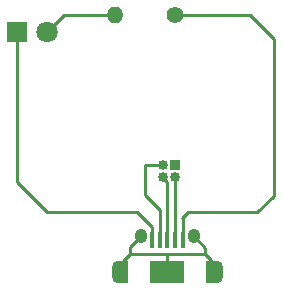
<source format=gbr>
%TF.GenerationSoftware,KiCad,Pcbnew,6.0.6*%
%TF.CreationDate,2022-07-13T22:25:42+03:00*%
%TF.ProjectId,led.d,6c65642e-642e-46b6-9963-61645f706362,0*%
%TF.SameCoordinates,Original*%
%TF.FileFunction,Copper,L1,Top*%
%TF.FilePolarity,Positive*%
%FSLAX46Y46*%
G04 Gerber Fmt 4.6, Leading zero omitted, Abs format (unit mm)*
G04 Created by KiCad (PCBNEW 6.0.6) date 2022-07-13 22:25:42*
%MOMM*%
%LPD*%
G01*
G04 APERTURE LIST*
%TA.AperFunction,ComponentPad*%
%ADD10O,0.850000X0.850000*%
%TD*%
%TA.AperFunction,ComponentPad*%
%ADD11R,0.850000X0.850000*%
%TD*%
%TA.AperFunction,ComponentPad*%
%ADD12C,1.400000*%
%TD*%
%TA.AperFunction,ComponentPad*%
%ADD13O,1.400000X1.400000*%
%TD*%
%TA.AperFunction,ComponentPad*%
%ADD14R,1.800000X1.800000*%
%TD*%
%TA.AperFunction,ComponentPad*%
%ADD15C,1.800000*%
%TD*%
%TA.AperFunction,SMDPad,CuDef*%
%ADD16R,0.400000X1.350000*%
%TD*%
%TA.AperFunction,ComponentPad*%
%ADD17O,1.000000X1.900000*%
%TD*%
%TA.AperFunction,SMDPad,CuDef*%
%ADD18R,0.875000X1.900000*%
%TD*%
%TA.AperFunction,SMDPad,CuDef*%
%ADD19R,2.900000X1.900000*%
%TD*%
%TA.AperFunction,ComponentPad*%
%ADD20O,1.050000X1.250000*%
%TD*%
%TA.AperFunction,Conductor*%
%ADD21C,0.250000*%
%TD*%
G04 APERTURE END LIST*
D10*
%TO.P,J2,4,Pin_4*%
%TO.N,data positive*%
X76470000Y-272780000D03*
%TO.P,J2,3,Pin_3*%
%TO.N,ID*%
X76470000Y-271780000D03*
%TO.P,J2,2,Pin_2*%
%TO.N,data negative*%
X77470000Y-272780000D03*
D11*
%TO.P,J2,1,Pin_1*%
%TO.N,Shiled*%
X77470000Y-271780000D03*
%TD*%
D12*
%TO.P,R1000,1*%
%TO.N,VCC*%
X77470000Y-259080000D03*
D13*
%TO.P,R1000,2*%
%TO.N,Net-(D1-Pad2)*%
X72390000Y-259080000D03*
%TD*%
D14*
%TO.P,D1,1,K*%
%TO.N,GND*%
X64150000Y-260485000D03*
D15*
%TO.P,D1,2,A*%
%TO.N,Net-(D1-Pad2)*%
X66690000Y-260485000D03*
%TD*%
D16*
%TO.P,J1,1,VBUS*%
%TO.N,VCC*%
X78150000Y-278130000D03*
%TO.P,J1,2,D-*%
%TO.N,data negative*%
X77500000Y-278130000D03*
%TO.P,J1,3,D+*%
%TO.N,data positive*%
X76850000Y-278130000D03*
%TO.P,J1,4,ID*%
%TO.N,ID*%
X76200000Y-278130000D03*
%TO.P,J1,5,GND*%
%TO.N,GND*%
X75550000Y-278130000D03*
D17*
%TO.P,J1,6,Shield*%
%TO.N,Shiled*%
X72675000Y-280805000D03*
D18*
X80587500Y-280805000D03*
D19*
X76850000Y-280805000D03*
D20*
X74625000Y-277805000D03*
X79075000Y-277805000D03*
D18*
X73112500Y-280805000D03*
D17*
X81025000Y-280805000D03*
%TD*%
D21*
%TO.N,ID*%
X74930000Y-274320000D02*
X74930000Y-271780000D01*
X76200000Y-278130000D02*
X76200000Y-275590000D01*
X76200000Y-275590000D02*
X74930000Y-274320000D01*
X74930000Y-271780000D02*
X76470000Y-271780000D01*
%TO.N,data positive*%
X76470000Y-272840661D02*
X76850289Y-273220950D01*
X76850289Y-273220950D02*
X76850000Y-273221239D01*
X76470000Y-272780000D02*
X76470000Y-272840661D01*
X76850000Y-273221239D02*
X76850000Y-278130000D01*
%TO.N,data negative*%
X77470000Y-272780000D02*
X77470000Y-278100000D01*
X77470000Y-278100000D02*
X77500000Y-278130000D01*
%TO.N,Net-(D1-Pad2)*%
X72390000Y-259080000D02*
X68095000Y-259080000D01*
%TO.N,VCC*%
X77470000Y-259080000D02*
X83820000Y-259080000D01*
X83820000Y-259080000D02*
X85850704Y-261110704D01*
%TO.N,GND*%
X66690000Y-275725000D02*
X64150000Y-273185000D01*
X74310000Y-275725000D02*
X66690000Y-275725000D01*
X64150000Y-273185000D02*
X64150000Y-260485000D01*
X74310000Y-275725000D02*
X75550000Y-276965000D01*
X75550000Y-276965000D02*
X75550000Y-278130000D01*
%TO.N,Net-(D1-Pad2)*%
X68095000Y-259080000D02*
X66690000Y-260485000D01*
%TO.N,VCC*%
X78628000Y-275725000D02*
X84470000Y-275725000D01*
X78120000Y-276233000D02*
X78628000Y-275725000D01*
X78150000Y-278130000D02*
X78150000Y-276263000D01*
X84470000Y-275725000D02*
X85850704Y-274344296D01*
X85850704Y-274344296D02*
X85850704Y-261110704D01*
X78150000Y-276263000D02*
X78120000Y-276233000D01*
%TO.N,Shiled*%
X74625000Y-277805000D02*
X73730000Y-278700000D01*
X76879197Y-279260170D02*
X73730000Y-279260170D01*
X80587500Y-279767670D02*
X80080000Y-279260170D01*
X73730000Y-279260170D02*
X73112500Y-279877670D01*
X73730000Y-278700000D02*
X73730000Y-279260170D01*
X80080000Y-279260170D02*
X76879197Y-279260170D01*
X79075000Y-277805000D02*
X80080000Y-278810000D01*
X76850000Y-279289367D02*
X76879197Y-279260170D01*
X80587500Y-280805000D02*
X80587500Y-279767670D01*
X80080000Y-278810000D02*
X80080000Y-279260170D01*
X73112500Y-279877670D02*
X73112500Y-280805000D01*
X76850000Y-280805000D02*
X76850000Y-279289367D01*
%TD*%
M02*

</source>
